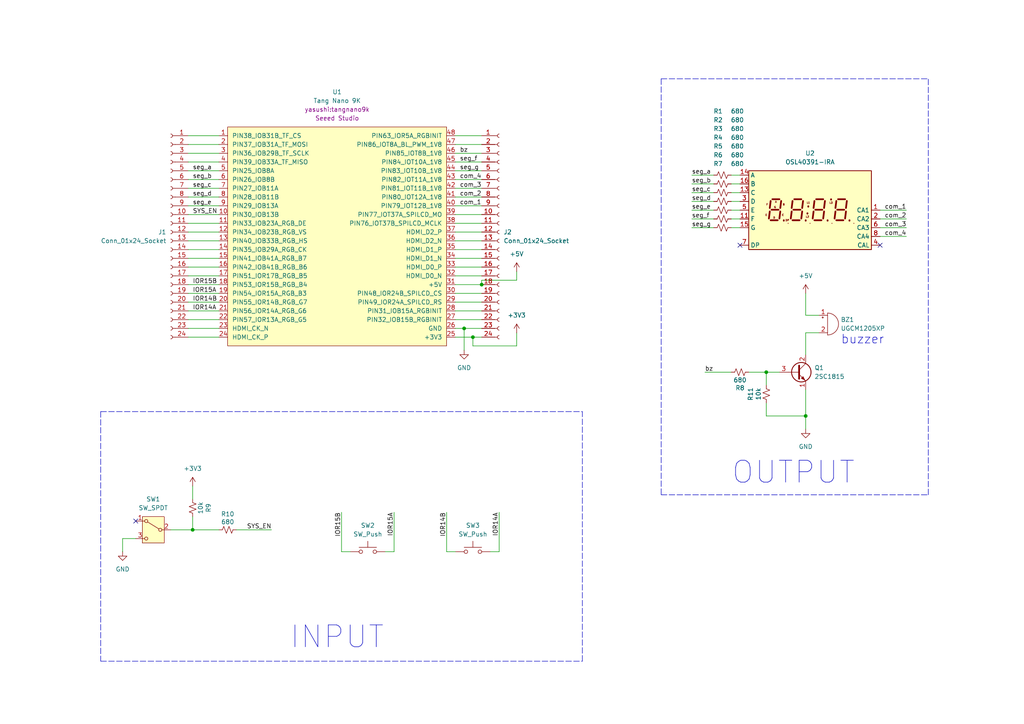
<source format=kicad_sch>
(kicad_sch (version 20250114) (generator "eeschema") (generator_version "9.0")
  (paper "A4")
  (title_block (title "TangNano9k-EValuationBoard") (date "2025-08-18"))
  (lib_symbols
    (symbol "Connector:Conn_01x24_Socket" (pin_names (offset 1.016) (hide yes))
      (property "Reference" "J" (at 0 30.48 0))
      (property "Value" "Conn_01x24_Socket" (at 0 -33.02 0))
      (symbol "Conn_01x24_Socket_1_1"
        (polyline (pts (xy -1.27 27.94) (xy -0.508 27.94)) (stroke (width 0.1524)))
        (polyline (pts (xy -1.27 25.4) (xy -0.508 25.4)) (stroke (width 0.1524)))
        (polyline (pts (xy -1.27 22.86) (xy -0.508 22.86)) (stroke (width 0.1524)))
        (polyline (pts (xy -1.27 20.32) (xy -0.508 20.32)) (stroke (width 0.1524)))
        (polyline (pts (xy -1.27 17.78) (xy -0.508 17.78)) (stroke (width 0.1524)))
        (polyline (pts (xy -1.27 15.24) (xy -0.508 15.24)) (stroke (width 0.1524)))
        (polyline (pts (xy -1.27 12.7) (xy -0.508 12.7)) (stroke (width 0.1524)))
        (polyline (pts (xy -1.27 10.16) (xy -0.508 10.16)) (stroke (width 0.1524)))
        (polyline (pts (xy -1.27 7.62) (xy -0.508 7.62)) (stroke (width 0.1524)))
        (polyline (pts (xy -1.27 5.08) (xy -0.508 5.08)) (stroke (width 0.1524)))
        (polyline (pts (xy -1.27 2.54) (xy -0.508 2.54)) (stroke (width 0.1524)))
        (polyline (pts (xy -1.27 0) (xy -0.508 0)) (stroke (width 0.1524)))
        (polyline (pts (xy -1.27 -2.54) (xy -0.508 -2.54)) (stroke (width 0.1524)))
        (polyline (pts (xy -1.27 -5.08) (xy -0.508 -5.08)) (stroke (width 0.1524)))
        (polyline (pts (xy -1.27 -7.62) (xy -0.508 -7.62)) (stroke (width 0.1524)))
        (polyline (pts (xy -1.27 -10.16) (xy -0.508 -10.16)) (stroke (width 0.1524)))
        (polyline (pts (xy -1.27 -12.7) (xy -0.508 -12.7)) (stroke (width 0.1524)))
        (polyline (pts (xy -1.27 -15.24) (xy -0.508 -15.24)) (stroke (width 0.1524)))
        (polyline (pts (xy -1.27 -17.78) (xy -0.508 -17.78)) (stroke (width 0.1524)))
        (polyline (pts (xy -1.27 -20.32) (xy -0.508 -20.32)) (stroke (width 0.1524)))
        (polyline (pts (xy -1.27 -22.86) (xy -0.508 -22.86)) (stroke (width 0.1524)))
        (polyline (pts (xy -1.27 -25.4) (xy -0.508 -25.4)) (stroke (width 0.1524)))
        (polyline (pts (xy -1.27 -27.94) (xy -0.508 -27.94)) (stroke (width 0.1524)))
        (polyline (pts (xy -1.27 -30.48) (xy -0.508 -30.48)) (stroke (width 0.1524)))
        (arc (start 0 27.432) (mid -0.5058 27.94) (end 0 28.448) (stroke (width 0.1524)))
        (arc (start 0 24.892) (mid -0.5058 25.4) (end 0 25.908) (stroke (width 0.1524)))
        (arc (start 0 22.352) (mid -0.5058 22.86) (end 0 23.368) (stroke (width 0.1524)))
        (arc (start 0 19.812) (mid -0.5058 20.32) (end 0 20.828) (stroke (width 0.1524)))
        (arc (start 0 17.272) (mid -0.5058 17.78) (end 0 18.288) (stroke (width 0.1524)))
        (arc (start 0 14.732) (mid -0.5058 15.24) (end 0 15.748) (stroke (width 0.1524)))
        (arc (start 0 12.192) (mid -0.5058 12.7) (end 0 13.208) (stroke (width 0.1524)))
        (arc (start 0 9.652) (mid -0.5058 10.16) (end 0 10.668) (stroke (width 0.1524)))
        (arc (start 0 7.112) (mid -0.5058 7.62) (end 0 8.128) (stroke (width 0.1524)))
        (arc (start 0 4.572) (mid -0.5058 5.08) (end 0 5.588) (stroke (width 0.1524)))
        (arc (start 0 2.032) (mid -0.5058 2.54) (end 0 3.048) (stroke (width 0.1524)))
        (arc (start 0 -0.508) (mid -0.5058 0) (end 0 0.508) (stroke (width 0.1524)))
        (arc (start 0 -3.048) (mid -0.5058 -2.54) (end 0 -2.032) (stroke (width 0.1524)))
        (arc (start 0 -5.588) (mid -0.5058 -5.08) (end 0 -4.572) (stroke (width 0.1524)))
        (arc (start 0 -8.128) (mid -0.5058 -7.62) (end 0 -7.112) (stroke (width 0.1524)))
        (arc (start 0 -10.668) (mid -0.5058 -10.16) (end 0 -9.652) (stroke (width 0.1524)))
        (arc (start 0 -13.208) (mid -0.5058 -12.7) (end 0 -12.192) (stroke (width 0.1524)))
        (arc (start 0 -15.748) (mid -0.5058 -15.24) (end 0 -14.732) (stroke (width 0.1524)))
        (arc (start 0 -18.288) (mid -0.5058 -17.78) (end 0 -17.272) (stroke (width 0.1524)))
        (arc (start 0 -20.828) (mid -0.5058 -20.32) (end 0 -19.812) (stroke (width 0.1524)))
        (arc (start 0 -23.368) (mid -0.5058 -22.86) (end 0 -22.352) (stroke (width 0.1524)))
        (arc (start 0 -25.908) (mid -0.5058 -25.4) (end 0 -24.892) (stroke (width 0.1524)))
        (arc (start 0 -28.448) (mid -0.5058 -27.94) (end 0 -27.432) (stroke (width 0.1524)))
        (arc (start 0 -30.988) (mid -0.5058 -30.48) (end 0 -29.972) (stroke (width 0.1524)))
        (pin passive line (at -5.08 27.94 0) (length 3.81) (name "Pin_1") (number "1"))
        (pin passive line (at -5.08 25.4 0) (length 3.81) (name "Pin_2") (number "2"))
        (pin passive line (at -5.08 22.86 0) (length 3.81) (name "Pin_3") (number "3"))
        (pin passive line (at -5.08 20.32 0) (length 3.81) (name "Pin_4") (number "4"))
        (pin passive line (at -5.08 17.78 0) (length 3.81) (name "Pin_5") (number "5"))
        (pin passive line (at -5.08 15.24 0) (length 3.81) (name "Pin_6") (number "6"))
        (pin passive line (at -5.08 12.7 0) (length 3.81) (name "Pin_7") (number "7"))
        (pin passive line (at -5.08 10.16 0) (length 3.81) (name "Pin_8") (number "8"))
        (pin passive line (at -5.08 7.62 0) (length 3.81) (name "Pin_9") (number "9"))
        (pin passive line (at -5.08 5.08 0) (length 3.81) (name "Pin_10") (number "10"))
        (pin passive line (at -5.08 2.54 0) (length 3.81) (name "Pin_11") (number "11"))
        (pin passive line (at -5.08 0 0) (length 3.81) (name "Pin_12") (number "12"))
        (pin passive line (at -5.08 -2.54 0) (length 3.81) (name "Pin_13") (number "13"))
        (pin passive line (at -5.08 -5.08 0) (length 3.81) (name "Pin_14") (number "14"))
        (pin passive line (at -5.08 -7.62 0) (length 3.81) (name "Pin_15") (number "15"))
        (pin passive line (at -5.08 -10.16 0) (length 3.81) (name "Pin_16") (number "16"))
        (pin passive line (at -5.08 -12.7 0) (length 3.81) (name "Pin_17") (number "17"))
        (pin passive line (at -5.08 -15.24 0) (length 3.81) (name "Pin_18") (number "18"))
        (pin passive line (at -5.08 -17.78 0) (length 3.81) (name "Pin_19") (number "19"))
        (pin passive line (at -5.08 -20.32 0) (length 3.81) (name "Pin_20") (number "20"))
        (pin passive line (at -5.08 -22.86 0) (length 3.81) (name "Pin_21") (number "21"))
        (pin passive line (at -5.08 -25.4 0) (length 3.81) (name "Pin_22") (number "22"))
        (pin passive line (at -5.08 -27.94 0) (length 3.81) (name "Pin_23") (number "23"))
        (pin passive line (at -5.08 -30.48 0) (length 3.81) (name "Pin_24") (number "24"))
      )
    )
    (symbol "Device:Buzzer" (pin_names (offset 0.0254) (hide yes))
      (property "Reference" "BZ" (at 3.81 1.27 0))
      (property "Value" "Buzzer" (at 3.81 -1.27 0))
      (symbol "Buzzer_0_1"
        (polyline (pts (xy -1.651 1.905) (xy -1.143 1.905)))
        (polyline (pts (xy -1.397 2.159) (xy -1.397 1.651)))
        (arc (start 0 3.175) (mid 3.1612 0) (end 0 -3.175))
        (polyline (pts (xy 0 3.175) (xy 0 -3.175)))
      )
      (symbol "Buzzer_1_1"
        (pin passive line (at -2.54 2.54 0) (length 2.54) (name "+") (number "1"))
        (pin passive line (at -2.54 -2.54 0) (length 2.54) (name "-") (number "2"))
      )
    )
    (symbol "Device:R_Small_US" (pin_numbers (hide yes)) (pin_names (offset 0.254) (hide yes))
      (property "Reference" "R" (at 0.762 0.508 0))
      (property "Value" "R_Small_US" (at 0.762 -1.016 0))
      (symbol "R_Small_US_1_1"
        (polyline (pts (xy 0 1.524) (xy 1.016 1.143) (xy 0 0.762) (xy -1.016 0.381) (xy 0 0)))
        (polyline (pts (xy 0 0) (xy 1.016 -0.381) (xy 0 -0.762) (xy -1.016 -1.143) (xy 0 -1.524)))
        (pin passive line (at 0 2.54 270) (length 1.016) (name "~") (number "1"))
        (pin passive line (at 0 -2.54 90) (length 1.016) (name "~") (number "2"))
      )
    )
    (symbol "Display_Character:LTC-4627JD"
      (property "Reference" "U" (at -17.78 12.7 0))
      (property "Value" "LTC-4627JD" (at 17.78 12.7 0))
      (symbol "LTC-4627JD_0_1"
        (rectangle (start -17.78 -11.43) (end 17.78 11.43) (stroke (width 0.254)) (fill (type background)))
        (rectangle (start -6.35 -3.81) (end -6.35 -3.81) (stroke (width 0.254)))
        (polyline (pts (xy -6.35 -3.81) (xy -6.35 -3.81)) (stroke (width 0.254)))
        (polyline (pts (xy 0 -3.81) (xy 0 -3.81)) (stroke (width 0.254)))
        (rectangle (start 0 -3.81) (end 0 -3.81) (stroke (width 0.254)))
        (polyline (pts (xy 6.35 -3.81) (xy 6.35 -3.81)) (stroke (width 0.254)))
        (rectangle (start 6.35 -3.81) (end 6.35 -3.81) (stroke (width 0.254)))
        (polyline (pts (xy 12.7 -3.81) (xy 12.7 -3.81)) (stroke (width 0.254)))
        (rectangle (start 12.7 -3.81) (end 12.7 -3.81) (stroke (width 0.254)))
      )
      (symbol "LTC-4627JD_1_0"
        (text "E" (at -12.7 -1.397 0) (effects (font (size 0.508 0.508))))
        (text "F" (at -12.446 1.651 0) (effects (font (size 0.508 0.508))))
        (text "D" (at -10.414 -2.159 0) (effects (font (size 0.508 0.508))))
        (text "G" (at -10.16 0.889 0) (effects (font (size 0.508 0.508))))
        (text "A" (at -9.906 2.413 0) (effects (font (size 0.508 0.508))))
        (text "C" (at -7.874 -1.397 0) (effects (font (size 0.508 0.508))))
        (text "B" (at -7.62 1.651 0) (effects (font (size 0.508 0.508))))
        (text "DP" (at -6.604 -2.921 0) (effects (font (size 0.508 0.508))))
        (text "L2" (at -0.762 -1.905 0) (effects (font (size 0.508 0.508))))
        (text "L1" (at -0.508 2.159 0) (effects (font (size 0.508 0.508))))
        (text "L3" (at 6.096 2.159 0) (effects (font (size 0.508 0.508))))
      )
      (symbol "LTC-4627JD_1_1"
        (polyline (pts (xy -11.684 -0.381) (xy -11.938 -2.413)) (stroke (width 0.508)))
        (polyline (pts (xy -11.43 2.667) (xy -11.684 0.635)) (stroke (width 0.508)))
        (polyline (pts (xy -11.43 -2.921) (xy -9.398 -2.921)) (stroke (width 0.508)))
        (polyline (pts (xy -11.176 0.127) (xy -9.144 0.127)) (stroke (width 0.508)))
        (polyline (pts (xy -10.922 3.175) (xy -8.89 3.175)) (stroke (width 0.508)))
        (polyline (pts (xy -8.636 -0.381) (xy -8.89 -2.413)) (stroke (width 0.508)))
        (polyline (pts (xy -8.382 2.667) (xy -8.636 0.635)) (stroke (width 0.508)))
        (polyline (pts (xy -7.62 -3.048) (xy -7.62 -2.921)) (stroke (width 0.508)))
        (polyline (pts (xy -5.334 -0.381) (xy -5.588 -2.413)) (stroke (width 0.508)))
        (polyline (pts (xy -5.08 2.667) (xy -5.334 0.635)) (stroke (width 0.508)))
        (polyline (pts (xy -5.08 -2.921) (xy -3.048 -2.921)) (stroke (width 0.508)))
        (polyline (pts (xy -4.826 0.127) (xy -2.794 0.127)) (stroke (width 0.508)))
        (polyline (pts (xy -4.572 3.175) (xy -2.54 3.175)) (stroke (width 0.508)))
        (polyline (pts (xy -2.286 -0.381) (xy -2.54 -2.413)) (stroke (width 0.508)))
        (polyline (pts (xy -2.032 2.667) (xy -2.286 0.635)) (stroke (width 0.508)))
        (polyline (pts (xy -1.27 -3.048) (xy -1.27 -2.921)) (stroke (width 0.508)))
        (polyline (pts (xy -0.762 -1.016) (xy -0.762 -0.889)) (stroke (width 0.508)))
        (polyline (pts (xy -0.508 1.016) (xy -0.508 1.143)) (stroke (width 0.508)))
        (polyline (pts (xy 1.016 -0.381) (xy 0.762 -2.413)) (stroke (width 0.508)))
        (polyline (pts (xy 1.27 2.667) (xy 1.016 0.635)) (stroke (width 0.508)))
        (polyline (pts (xy 1.27 -2.921) (xy 3.302 -2.921)) (stroke (width 0.508)))
        (polyline (pts (xy 1.524 0.127) (xy 3.556 0.127)) (stroke (width 0.508)))
        (polyline (pts (xy 1.778 3.175) (xy 3.81 3.175)) (stroke (width 0.508)))
        (polyline (pts (xy 4.064 -0.381) (xy 3.81 -2.413)) (stroke (width 0.508)))
        (polyline (pts (xy 4.318 2.667) (xy 4.064 0.635)) (stroke (width 0.508)))
        (polyline (pts (xy 5.08 -3.048) (xy 5.08 -2.921)) (stroke (width 0.508)))
        (polyline (pts (xy 6.096 3.048) (xy 6.096 3.175)) (stroke (width 0.508)))
        (polyline (pts (xy 7.366 -0.381) (xy 7.112 -2.413)) (stroke (width 0.508)))
        (polyline (pts (xy 7.62 2.667) (xy 7.366 0.635)) (stroke (width 0.508)))
        (polyline (pts (xy 7.62 -2.921) (xy 9.652 -2.921)) (stroke (width 0.508)))
        (polyline (pts (xy 7.874 0.127) (xy 9.906 0.127)) (stroke (width 0.508)))
        (polyline (pts (xy 8.128 3.175) (xy 10.16 3.175)) (stroke (width 0.508)))
        (polyline (pts (xy 10.414 -0.381) (xy 10.16 -2.413)) (stroke (width 0.508)))
        (polyline (pts (xy 10.668 2.667) (xy 10.414 0.635)) (stroke (width 0.508)))
        (polyline (pts (xy 11.43 -3.048) (xy 11.43 -2.921)) (stroke (width 0.508)))
        (pin input line (at -20.32 10.16 0) (length 2.54) (name "A") (number "14"))
        (pin input line (at -20.32 7.62 0) (length 2.54) (name "B") (number "16"))
        (pin input line (at -20.32 5.08 0) (length 2.54) (name "C") (number "13"))
        (pin input line (at -20.32 2.54 0) (length 2.54) (name "D") (number "3"))
        (pin input line (at -20.32 0 0) (length 2.54) (name "E") (number "5"))
        (pin input line (at -20.32 -2.54 0) (length 2.54) (name "F") (number "11"))
        (pin input line (at -20.32 -5.08 0) (length 2.54) (name "G") (number "15"))
        (pin input line (at -20.32 -10.16 0) (length 2.54) (name "DP") (number "7"))
        (pin no_connect line (at 17.78 7.62 180) (length 2.54) (hide yes) (name "NC") (number "9"))
        (pin input line (at 20.32 0 180) (length 2.54) (name "CA1") (number "1"))
        (pin input line (at 20.32 -2.54 180) (length 2.54) (name "CA2") (number "2"))
        (pin input line (at 20.32 -5.08 180) (length 2.54) (name "CA3") (number "6"))
        (pin input line (at 20.32 -7.62 180) (length 2.54) (name "CA4") (number "8"))
        (pin input line (at 20.32 -10.16 180) (length 2.54) (name "CAL") (number "4"))
      )
    )
    (symbol "Switch:SW_Push" (pin_numbers (hide yes)) (pin_names (offset 1.016) (hide yes))
      (property "Reference" "SW" (at 1.27 2.54 0))
      (property "Value" "SW_Push" (at 0 -1.524 0))
      (symbol "SW_Push_0_1"
        (circle (center -2.032 0) (radius 0.508))
        (polyline (pts (xy 0 1.27) (xy 0 3.048)))
        (circle (center 2.032 0) (radius 0.508))
        (polyline (pts (xy 2.54 1.27) (xy -2.54 1.27)))
        (pin passive line (at -5.08 0 0) (length 2.54) (name "1") (number "1"))
        (pin passive line (at 5.08 0 180) (length 2.54) (name "2") (number "2"))
      )
    )
    (symbol "Switch:SW_SPDT" (pin_names (offset 0) (hide yes))
      (property "Reference" "SW" (at 0 5.08 0))
      (property "Value" "SW_SPDT" (at 0 -5.08 0))
      (symbol "SW_SPDT_0_1"
        (circle (center -2.032 0) (radius 0.4572))
        (polyline (pts (xy -1.651 0.254) (xy 1.651 2.286)))
        (circle (center 2.032 2.54) (radius 0.4572))
        (circle (center 2.032 -2.54) (radius 0.4572))
      )
      (symbol "SW_SPDT_1_1"
        (rectangle (start -3.175 3.81) (end 3.175 -3.81) (fill (type background)))
        (pin passive line (at -5.08 0 0) (length 2.54) (name "B") (number "2"))
        (pin passive line (at 5.08 2.54 180) (length 2.54) (name "A") (number "1"))
        (pin passive line (at 5.08 -2.54 180) (length 2.54) (name "C") (number "3"))
      )
    )
    (symbol "Transistor_BJT:2SC1815" (pin_names (offset 0) (hide yes))
      (property "Reference" "Q" (at 5.08 1.905 0))
      (property "Value" "2SC1815" (at 5.08 0 0))
      (symbol "2SC1815_0_1"
        (polyline (pts (xy -2.54 0) (xy 0.635 0)))
        (polyline (pts (xy 0.635 1.905) (xy 0.635 -1.905)) (stroke (width 0.508)))
        (circle (center 1.27 0) (radius 2.8194) (stroke (width 0.254)))
      )
      (symbol "2SC1815_1_1"
        (polyline (pts (xy 0.635 0.635) (xy 2.54 2.54)))
        (polyline (pts (xy 0.635 -0.635) (xy 2.54 -2.54)))
        (polyline (pts (xy 1.27 -1.778) (xy 1.778 -1.27) (xy 2.286 -2.286) (xy 1.27 -1.778)) (fill (type outline)))
        (pin input line (at -5.08 0 0) (length 2.54) (name "B") (number "3"))
        (pin passive line (at 2.54 5.08 270) (length 2.54) (name "C") (number "2"))
        (pin passive line (at 2.54 -5.08 90) (length 2.54) (name "E") (number "1"))
      )
    )
    (symbol "power:+3V3" (power) (pin_numbers (hide yes)) (pin_names (offset 0) (hide yes))
      (property "Value" "+3V3" (at 0 3.556 0))
      (symbol "+3V3_0_1"
        (polyline (pts (xy -0.762 1.27) (xy 0 2.54)))
        (polyline (pts (xy 0 2.54) (xy 0.762 1.27)))
        (polyline (pts (xy 0 0) (xy 0 2.54)))
      )
      (symbol "+3V3_1_1"
        (pin power_in line (at 0 0 90) (length 0) (name "~") (number "1"))
      )
    )
    (symbol "power:+5V" (power) (pin_numbers (hide yes)) (pin_names (offset 0) (hide yes))
      (property "Value" "+5V" (at 0 3.556 0))
      (symbol "+5V_0_1"
        (polyline (pts (xy -0.762 1.27) (xy 0 2.54)))
        (polyline (pts (xy 0 2.54) (xy 0.762 1.27)))
        (polyline (pts (xy 0 0) (xy 0 2.54)))
      )
      (symbol "+5V_1_1"
        (pin power_in line (at 0 0 90) (length 0) (name "~") (number "1"))
      )
    )
    (symbol "power:GND" (power) (pin_numbers (hide yes)) (pin_names (offset 0) (hide yes))
      (property "Value" "GND" (at 0 -3.81 0))
      (symbol "GND_0_1"
        (polyline (pts (xy 0 0) (xy 0 -1.27) (xy 1.27 -1.27) (xy 0 -2.54) (xy -1.27 -1.27) (xy 0 -1.27)))
      )
      (symbol "GND_1_1"
        (pin power_in line (at 0 0 270) (length 0) (name "~") (number "1"))
      )
    )
    (symbol "tangnano9k:Sipeed_Tang_Nano_9K" (pin_names (offset 1.27))
      (property "Reference" "U" (at 0 29.21 0))
      (property "Value" "Tang Nano 9K" (at 0 26.67 0))
      (property "Footprint" "TangNano9K:Board" (at 0 -29.21 0))
      (property "Manufacturer" "Seeed Studio" (at 0 -31.75 0))
      (symbol "Sipeed_Tang_Nano_9K_1_1"
        (rectangle (start -31.75 25.4) (end 31.75 -38.1) (fill (type background)))
        (pin passive line (at -34.29 22.86 0) (length 2.54) (name "PIN38_IOB31B_TF_CS") (number "1"))
        (pin passive line (at -34.29 20.32 0) (length 2.54) (name "PIN37_IOB31A_TF_MOSI") (number "2"))
        (pin passive line (at -34.29 17.78 0) (length 2.54) (name "PIN36_IOB29B_TF_SCLK") (number "3"))
        (pin passive line (at -34.29 15.24 0) (length 2.54) (name "PIN39_IOB33A_TF_MISO") (number "4"))
        (pin passive line (at -34.29 12.7 0) (length 2.54) (name "PIN25_IOB8A") (number "5"))
        (pin passive line (at -34.29 10.16 0) (length 2.54) (name "PIN26_IOB8B") (number "6"))
        (pin passive line (at -34.29 7.62 0) (length 2.54) (name "PIN27_IOB11A") (number "7"))
        (pin passive line (at -34.29 5.08 0) (length 2.54) (name "PIN28_IOB11B") (number "8"))
        (pin passive line (at -34.29 2.54 0) (length 2.54) (name "PIN29_IOB13A") (number "9"))
        (pin passive line (at -34.29 0 0) (length 2.54) (name "PIN30_IOB13B") (number "10"))
        (pin passive line (at -34.29 -2.54 0) (length 2.54) (name "PIN33_IOB23A_RGB_DE") (number "11"))
        (pin passive line (at -34.29 -5.08 0) (length 2.54) (name "PIN34_IOB23B_RGB_VS") (number "12"))
        (pin passive line (at -34.29 -7.62 0) (length 2.54) (name "PIN40_IOB33B_RGB_HS") (number "13"))
        (pin passive line (at -34.29 -10.16 0) (length 2.54) (name "PIN35_IOB29A_RGB_CK") (number "14"))
        (pin passive line (at -34.29 -12.7 0) (length 2.54) (name "PIN41_IOB41A_RGB_B7") (number "15"))
        (pin passive line (at -34.29 -15.24 0) (length 2.54) (name "PIN42_IOB41B_RGB_B6") (number "16"))
        (pin passive line (at -34.29 -17.78 0) (length 2.54) (name "PIN51_IOR17B_RGB_B5") (number "17"))
        (pin passive line (at -34.29 -20.32 0) (length 2.54) (name "PIN53_IOR15B_RGB_B4") (number "18"))
        (pin passive line (at -34.29 -22.86 0) (length 2.54) (name "PIN54_IOR15A_RGB_B3") (number "19"))
        (pin passive line (at -34.29 -25.4 0) (length 2.54) (name "PIN55_IOR14B_RGB_G7") (number "20"))
        (pin passive line (at -34.29 -27.94 0) (length 2.54) (name "PIN56_IOR14A_RGB_G6") (number "21"))
        (pin passive line (at -34.29 -30.48 0) (length 2.54) (name "PIN57_IOR13A_RGB_G5") (number "22"))
        (pin passive line (at -34.29 -33.02 0) (length 2.54) (name "HDMI_CK_N") (number "23"))
        (pin passive line (at -34.29 -35.56 0) (length 2.54) (name "HDMI_CK_P") (number "24"))
        (pin passive line (at 34.29 22.86 180) (length 2.54) (name "PIN63_IOR5A_RGBINIT") (number "48"))
        (pin passive line (at 34.29 20.32 180) (length 2.54) (name "PIN86_IOT8A_BL_PWM_1V8") (number "47"))
        (pin passive line (at 34.29 17.78 180) (length 2.54) (name "PIN85_IOT8B_1V8") (number "46"))
        (pin passive line (at 34.29 15.24 180) (length 2.54) (name "PIN84_IOT10A_1V8") (number "45"))
        (pin passive line (at 34.29 12.7 180) (length 2.54) (name "PIN83_IOT10B_1V8") (number "44"))
        (pin passive line (at 34.29 10.16 180) (length 2.54) (name "PIN82_IOT11A_1V8") (number "43"))
        (pin passive line (at 34.29 7.62 180) (length 2.54) (name "PIN81_IOT11B_1V8") (number "42"))
        (pin passive line (at 34.29 5.08 180) (length 2.54) (name "PIN80_IOT12A_1V8") (number "41"))
        (pin passive line (at 34.29 2.54 180) (length 2.54) (name "PIN79_IOT12B_1V8") (number "40"))
        (pin passive line (at 34.29 0 180) (length 2.54) (name "PIN77_IOT37A_SPILCD_MO") (number "39"))
        (pin passive line (at 34.29 -2.54 180) (length 2.54) (name "PIN76_IOT37B_SPILCD_MCLK") (number "38"))
        (pin passive line (at 34.29 -5.08 180) (length 2.54) (name "HDMI_D2_P") (number "37"))
        (pin passive line (at 34.29 -7.62 180) (length 2.54) (name "HDMI_D2_N") (number "36"))
        (pin passive line (at 34.29 -10.16 180) (length 2.54) (name "HDMI_D1_P") (number "35"))
        (pin passive line (at 34.29 -12.7 180) (length 2.54) (name "HDMI_D1_N") (number "34"))
        (pin passive line (at 34.29 -15.24 180) (length 2.54) (name "HDMI_D0_P") (number "33"))
        (pin passive line (at 34.29 -17.78 180) (length 2.54) (name "HDMI_D0_N") (number "32"))
        (pin passive line (at 34.29 -20.32 180) (length 2.54) (name "+5V") (number "31"))
        (pin passive line (at 34.29 -22.86 180) (length 2.54) (name "PIN48_IOR24B_SPILCD_CS") (number "30"))
        (pin passive line (at 34.29 -25.4 180) (length 2.54) (name "PIN49_IOR24A_SPILCD_RS") (number "29"))
        (pin passive line (at 34.29 -27.94 180) (length 2.54) (name "PIN31_IOB15A_RGBINIT") (number "28"))
        (pin passive line (at 34.29 -30.48 180) (length 2.54) (name "PIN32_IOB15B_RGBINIT") (number "27"))
        (pin passive line (at 34.29 -33.02 180) (length 2.54) (name "GND") (number "26"))
        (pin passive line (at 34.29 -35.56 180) (length 2.54) (name "+3V3") (number "25"))
      )
    )
  )
  (text "OUTPUT" (at 230.124 137.16 0) (effects (font (size 6.35 6.35))))
  (text "INPUT" (at 97.79 184.912 0) (effects (font (size 6.35 6.35))))
  (text "buzzer" (at 250.19 98.552 0) (effects (font (size 2.54 2.54))))
  (junction (at 137.16 97.79))
  (junction (at 55.88 153.67))
  (junction (at 233.68 120.65))
  (junction (at 134.62 95.25))
  (junction (at 139.7 82.55))
  (junction (at 222.25 107.95))
  (no_connect (at 214.63 71.12))
  (no_connect (at 39.37 151.13))
  (no_connect (at 255.27 71.12))
  (polyline (pts (xy 29.21 119.38) (xy 168.91 119.38)) (stroke (width 0) (type dash)))
  (wire (pts (xy 139.7 52.07) (xy 132.08 52.07)))
  (wire (pts (xy 54.61 49.53) (xy 63.5 49.53)))
  (wire (pts (xy 54.61 74.93) (xy 63.5 74.93)))
  (wire (pts (xy 139.7 74.93) (xy 132.08 74.93)))
  (polyline (pts (xy 191.77 22.86) (xy 269.24 22.86)) (stroke (width 0) (type dash)))
  (wire (pts (xy 222.25 107.95) (xy 226.06 107.95)))
  (wire (pts (xy 237.49 91.44) (xy 233.68 91.44)))
  (polyline (pts (xy 168.91 191.77) (xy 168.91 119.38)) (stroke (width 0) (type dash)))
  (wire (pts (xy 222.25 120.65) (xy 233.68 120.65)))
  (wire (pts (xy 139.7 62.23) (xy 132.08 62.23)))
  (wire (pts (xy 262.89 68.58) (xy 255.27 68.58)))
  (wire (pts (xy 54.61 52.07) (xy 63.5 52.07)))
  (wire (pts (xy 35.56 156.21) (xy 35.56 160.02)))
  (wire (pts (xy 54.61 85.09) (xy 63.5 85.09)))
  (wire (pts (xy 139.7 97.79) (xy 137.16 97.79)))
  (wire (pts (xy 233.68 85.09) (xy 233.68 91.44)))
  (wire (pts (xy 142.24 160.02) (xy 144.78 160.02)))
  (wire (pts (xy 54.61 77.47) (xy 63.5 77.47)))
  (wire (pts (xy 222.25 111.76) (xy 222.25 107.95)))
  (wire (pts (xy 139.7 90.17) (xy 132.08 90.17)))
  (wire (pts (xy 54.61 97.79) (xy 63.5 97.79)))
  (wire (pts (xy 134.62 95.25) (xy 132.08 95.25)))
  (wire (pts (xy 54.61 41.91) (xy 63.5 41.91)))
  (wire (pts (xy 200.66 58.42) (xy 207.01 58.42)))
  (wire (pts (xy 139.7 44.45) (xy 132.08 44.45)))
  (wire (pts (xy 55.88 140.97) (xy 55.88 144.78)))
  (wire (pts (xy 139.7 85.09) (xy 132.08 85.09)))
  (wire (pts (xy 54.61 82.55) (xy 63.5 82.55)))
  (wire (pts (xy 233.68 96.52) (xy 233.68 102.87)))
  (wire (pts (xy 149.86 96.52) (xy 149.86 100.33)))
  (wire (pts (xy 54.61 87.63) (xy 63.5 87.63)))
  (polyline (pts (xy 29.21 119.38) (xy 29.21 191.77)) (stroke (width 0) (type dash)))
  (wire (pts (xy 54.61 44.45) (xy 63.5 44.45)))
  (wire (pts (xy 139.7 77.47) (xy 132.08 77.47)))
  (polyline (pts (xy 191.77 143.51) (xy 269.24 143.51)) (stroke (width 0) (type dash)))
  (wire (pts (xy 54.61 72.39) (xy 63.5 72.39)))
  (wire (pts (xy 54.61 80.01) (xy 63.5 80.01)))
  (wire (pts (xy 132.08 160.02) (xy 129.54 160.02)))
  (wire (pts (xy 68.58 153.67) (xy 78.74 153.67)))
  (wire (pts (xy 54.61 90.17) (xy 63.5 90.17)))
  (wire (pts (xy 139.7 41.91) (xy 132.08 41.91)))
  (wire (pts (xy 54.61 69.85) (xy 63.5 69.85)))
  (wire (pts (xy 54.61 92.71) (xy 63.5 92.71)))
  (wire (pts (xy 139.7 64.77) (xy 132.08 64.77)))
  (wire (pts (xy 139.7 81.28) (xy 149.86 81.28)))
  (wire (pts (xy 139.7 95.25) (xy 134.62 95.25)))
  (polyline (pts (xy 29.21 191.77) (xy 168.91 191.77)) (stroke (width 0) (type dash)))
  (wire (pts (xy 144.78 148.59) (xy 144.78 160.02)))
  (wire (pts (xy 129.54 148.59) (xy 129.54 160.02)))
  (wire (pts (xy 200.66 50.8) (xy 207.01 50.8)))
  (wire (pts (xy 149.86 100.33) (xy 137.16 100.33)))
  (wire (pts (xy 139.7 69.85) (xy 132.08 69.85)))
  (wire (pts (xy 212.09 53.34) (xy 214.63 53.34)))
  (wire (pts (xy 99.06 148.59) (xy 99.06 160.02)))
  (wire (pts (xy 134.62 95.25) (xy 134.62 101.6)))
  (wire (pts (xy 262.89 63.5) (xy 255.27 63.5)))
  (wire (pts (xy 54.61 95.25) (xy 63.5 95.25)))
  (wire (pts (xy 54.61 39.37) (xy 63.5 39.37)))
  (wire (pts (xy 101.6 160.02) (xy 99.06 160.02)))
  (wire (pts (xy 55.88 153.67) (xy 63.5 153.67)))
  (wire (pts (xy 39.37 156.21) (xy 35.56 156.21)))
  (wire (pts (xy 237.49 96.52) (xy 233.68 96.52)))
  (wire (pts (xy 54.61 64.77) (xy 63.5 64.77)))
  (wire (pts (xy 139.7 72.39) (xy 132.08 72.39)))
  (wire (pts (xy 212.09 58.42) (xy 214.63 58.42)))
  (wire (pts (xy 114.3 148.59) (xy 114.3 160.02)))
  (wire (pts (xy 139.7 80.01) (xy 132.08 80.01)))
  (wire (pts (xy 233.68 124.46) (xy 233.68 120.65)))
  (wire (pts (xy 200.66 53.34) (xy 207.01 53.34)))
  (wire (pts (xy 262.89 66.04) (xy 255.27 66.04)))
  (wire (pts (xy 111.76 160.02) (xy 114.3 160.02)))
  (wire (pts (xy 200.66 60.96) (xy 207.01 60.96)))
  (wire (pts (xy 139.7 49.53) (xy 132.08 49.53)))
  (wire (pts (xy 54.61 67.31) (xy 63.5 67.31)))
  (wire (pts (xy 212.09 50.8) (xy 214.63 50.8)))
  (polyline (pts (xy 269.24 143.51) (xy 269.24 22.86)) (stroke (width 0) (type dash)))
  (wire (pts (xy 137.16 100.33) (xy 137.16 97.79)))
  (wire (pts (xy 217.17 107.95) (xy 222.25 107.95)))
  (wire (pts (xy 54.61 46.99) (xy 63.5 46.99)))
  (wire (pts (xy 212.09 63.5) (xy 214.63 63.5)))
  (wire (pts (xy 139.7 54.61) (xy 132.08 54.61)))
  (wire (pts (xy 200.66 63.5) (xy 207.01 63.5)))
  (wire (pts (xy 54.61 59.69) (xy 63.5 59.69)))
  (wire (pts (xy 54.61 57.15) (xy 63.5 57.15)))
  (wire (pts (xy 139.7 81.28) (xy 139.7 82.55)))
  (wire (pts (xy 212.09 66.04) (xy 214.63 66.04)))
  (wire (pts (xy 200.66 66.04) (xy 207.01 66.04)))
  (wire (pts (xy 137.16 97.79) (xy 132.08 97.79)))
  (wire (pts (xy 233.68 120.65) (xy 233.68 113.03)))
  (wire (pts (xy 200.66 55.88) (xy 207.01 55.88)))
  (wire (pts (xy 55.88 149.86) (xy 55.88 153.67)))
  (wire (pts (xy 212.09 60.96) (xy 214.63 60.96)))
  (wire (pts (xy 139.7 67.31) (xy 132.08 67.31)))
  (wire (pts (xy 212.09 55.88) (xy 214.63 55.88)))
  (wire (pts (xy 139.7 46.99) (xy 132.08 46.99)))
  (wire (pts (xy 204.47 107.95) (xy 212.09 107.95)))
  (wire (pts (xy 54.61 54.61) (xy 63.5 54.61)))
  (wire (pts (xy 54.61 62.23) (xy 63.5 62.23)))
  (wire (pts (xy 262.89 60.96) (xy 255.27 60.96)))
  (wire (pts (xy 139.7 82.55) (xy 132.08 82.55)))
  (wire (pts (xy 222.25 116.84) (xy 222.25 120.65)))
  (wire (pts (xy 149.86 78.74) (xy 149.86 81.28)))
  (wire (pts (xy 139.7 87.63) (xy 132.08 87.63)))
  (polyline (pts (xy 191.77 22.86) (xy 191.77 143.51)) (stroke (width 0) (type dash)))
  (wire (pts (xy 49.53 153.67) (xy 55.88 153.67)))
  (wire (pts (xy 139.7 39.37) (xy 132.08 39.37)))
  (wire (pts (xy 139.7 92.71) (xy 132.08 92.71)))
  (wire (pts (xy 139.7 59.69) (xy 132.08 59.69)))
  (wire (pts (xy 139.7 57.15) (xy 132.08 57.15)))
  (label "SYS_EN" (at 78.74 153.67 180))
  (label "seg_d" (at 55.88 57.15 0))
  (label "seg_c" (at 55.88 54.61 0))
  (label "seg_f" (at 133.35 46.99 0))
  (label "IOR14A" (at 144.78 148.59 270))
  (label "seg_f" (at 200.66 63.5 0))
  (label "IOR15A" (at 114.3 148.59 270))
  (label "seg_g" (at 133.35 49.53 0))
  (label "bz" (at 133.35 44.45 0))
  (label "seg_c" (at 200.66 55.88 0))
  (label "IOR14B" (at 129.54 148.59 270))
  (label "seg_a" (at 200.66 50.8 0))
  (label "com_2" (at 262.89 63.5 180))
  (label "seg_b" (at 200.66 53.34 0))
  (label "com_4" (at 262.89 68.58 180))
  (label "com_2" (at 133.35 57.15 0))
  (label "IOR15A" (at 55.88 85.09 0))
  (label "com_1" (at 133.35 59.69 0))
  (label "SYS_EN" (at 55.88 62.23 0))
  (label "seg_e" (at 200.66 60.96 0))
  (label "com_3" (at 133.35 54.61 0))
  (label "com_3" (at 262.89 66.04 180))
  (label "seg_e" (at 55.88 59.69 0))
  (label "IOR14B" (at 55.88 87.63 0))
  (label "com_1" (at 262.89 60.96 180))
  (label "com_4" (at 133.35 52.07 0))
  (label "bz" (at 204.47 107.95 0))
  (label "IOR15B" (at 55.88 82.55 0))
  (label "seg_a" (at 55.88 49.53 0))
  (label "seg_b" (at 55.88 52.07 0))
  (label "IOR15B" (at 99.06 148.59 270))
  (label "seg_g" (at 200.66 66.04 0))
  (label "seg_d" (at 200.66 58.42 0))
  (label "IOR14A" (at 55.88 90.17 0))
  (symbol (lib_id "Switch:SW_SPDT") (at 44.45 153.67 0) (mirror y) (unit 1)
    (property "Reference" "SW1" (at 44.45 144.78 0))
    (property "Value" "SW_SPDT" (at 44.45 147.32 0))
    (property "Footprint" "yasushi:2MS1-T1-B4-VS2-Q-E-S" (effects (hide yes)))
    (property "Description" "Switch, single pole double throw" (effects (hide yes)))
  )
  (symbol (lib_id "Connector:Conn_01x24_Socket") (at 49.53 67.31 0) (mirror y) (unit 1)
    (property "Reference" "J1" (at 48.26 67.3099 0) (effects (justify left)))
    (property "Value" "Conn_01x24_Socket" (at 48.26 69.8499 0) (effects (justify left)))
    (property "Footprint" "Connector_PinSocket_2.54mm:PinSocket_1x24_P2.54mm_Vertical" (effects (hide yes)))
    (property "Description" "Generic connector, single row, 01x24, script generated" (effects (hide yes)))
  )
  (symbol (lib_id "Switch:SW_Push") (at 137.16 160.02 0) (unit 1)
    (property "Reference" "SW3" (at 137.16 152.4 0))
    (property "Value" "SW_Push" (at 137.16 154.94 0))
    (property "Footprint" "Button_Switch_THT:SW_PUSH_6mm_H7.3mm" (effects (hide yes)))
  )
  (symbol (lib_id "power:+3V3") (at 149.86 96.52 0) (unit 1)
    (property "Reference" "#PWR011" (effects (hide yes)))
    (property "Value" "+3V3" (at 149.86 91.44 0))
    (property "Description" "Power symbol creates a global label with name \"+3V3\"" (effects (hide yes)))
  )
  (symbol (lib_id "Display_Character:LTC-4627JD") (at 234.95 60.96 0) (unit 1)
    (property "Reference" "U2" (at 234.95 44.45 0))
    (property "Value" "OSL40391-IRA" (at 234.95 46.99 0))
    (property "Footprint" "yasushi:OSL40391-Ixx" (effects (hide yes)))
    (property "Datasheet" "https://akizukidenshi.com/catalog/g/g109970/" (effects (hide yes)))
    (property "Description" "4 digit 7 segment hyper red, common anode" (effects (hide yes)))
  )
  (symbol (lib_id "Device:R_Small_US") (at 66.04 153.67 90) (unit 1)
    (property "Reference" "R10" (at 66.04 149.098 90))
    (property "Value" "680" (at 66.04 151.384 90))
    (property "Footprint" "Resistor_THT:R_Axial_DIN0207_L6.3mm_D2.5mm_P10.16mm_Horizontal" (effects (hide yes)))
    (property "Description" "Resistor, small US symbol" (effects (hide yes)))
  )
  (symbol (lib_id "power:+3V3") (at 55.88 140.97 0) (unit 1)
    (property "Reference" "#PWR07" (effects (hide yes)))
    (property "Value" "+3V3" (at 55.88 135.89 0))
    (property "Description" "Power symbol creates a global label with name \"+3V3\"" (effects (hide yes)))
  )
  (symbol (lib_id "Device:R_Small_US") (at 209.55 55.88 90) (unit 1)
    (property "Reference" "R3" (at 208.28 37.338 90))
    (property "Value" "680" (at 213.868 37.338 90))
    (property "Footprint" "Resistor_THT:R_Axial_DIN0207_L6.3mm_D2.5mm_P10.16mm_Horizontal" (effects (hide yes)))
    (property "Description" "Resistor, small US symbol" (effects (hide yes)))
  )
  (symbol (lib_id "Device:R_Small_US") (at 209.55 53.34 90) (unit 1)
    (property "Reference" "R2" (at 208.28 34.798 90))
    (property "Value" "680" (at 213.868 34.798 90))
    (property "Footprint" "Resistor_THT:R_Axial_DIN0207_L6.3mm_D2.5mm_P10.16mm_Horizontal" (effects (hide yes)))
    (property "Description" "Resistor, small US symbol" (effects (hide yes)))
  )
  (symbol (lib_id "power:GND") (at 233.68 124.46 0) (unit 1)
    (property "Reference" "#PWR02" (effects (hide yes)))
    (property "Value" "GND" (at 233.68 129.54 0))
    (property "Description" "Power symbol creates a global label with name \"GND\" , ground" (effects (hide yes)))
  )
  (symbol (lib_id "Device:R_Small_US") (at 214.63 107.95 270) (unit 1)
    (property "Reference" "R8" (at 214.63 112.522 90))
    (property "Value" "680" (at 214.63 110.236 90))
    (property "Footprint" "Resistor_THT:R_Axial_DIN0207_L6.3mm_D2.5mm_P10.16mm_Horizontal" (effects (hide yes)))
    (property "Description" "Resistor, small US symbol" (effects (hide yes)))
  )
  (symbol (lib_id "power:+5V") (at 233.68 85.09 0) (unit 1)
    (property "Reference" "#PWR01" (effects (hide yes)))
    (property "Value" "+5V" (at 233.68 80.01 0))
    (property "Description" "Power symbol creates a global label with name \"+5V\"" (effects (hide yes)))
  )
  (symbol (lib_id "power:+5V") (at 149.86 78.74 0) (unit 1)
    (property "Reference" "#PWR010" (effects (hide yes)))
    (property "Value" "+5V" (at 149.86 73.66 0))
    (property "Description" "Power symbol creates a global label with name \"+5V\"" (effects (hide yes)))
  )
  (symbol (lib_id "Device:R_Small_US") (at 209.55 58.42 90) (unit 1)
    (property "Reference" "R4" (at 208.28 39.878 90))
    (property "Value" "680" (at 213.868 39.878 90))
    (property "Footprint" "Resistor_THT:R_Axial_DIN0207_L6.3mm_D2.5mm_P10.16mm_Horizontal" (effects (hide yes)))
    (property "Description" "Resistor, small US symbol" (effects (hide yes)))
  )
  (symbol (lib_id "Transistor_BJT:2SC1815") (at 231.14 107.95 0) (unit 1)
    (property "Reference" "Q1" (at 236.22 106.6799 0) (effects (justify left)))
    (property "Value" "2SC1815" (at 236.22 109.2199 0) (effects (justify left)))
    (property "Footprint" "Package_TO_SOT_THT:TO-92_Inline_Wide" (effects (hide yes)))
    (property "Datasheet" "https://media.digikey.com/pdf/Data%20Sheets/Toshiba%20PDFs/2SC1815.pdf" (effects (hide yes)))
    (property "Description" "0.15A Ic, 50V Vce, Low Noise Audio NPN Transistor, TO-92" (effects (hide yes)))
  )
  (symbol (lib_id "Device:R_Small_US") (at 209.55 60.96 90) (unit 1)
    (property "Reference" "R5" (at 208.28 42.418 90))
    (property "Value" "680" (at 213.868 42.418 90))
    (property "Footprint" "Resistor_THT:R_Axial_DIN0207_L6.3mm_D2.5mm_P10.16mm_Horizontal" (effects (hide yes)))
    (property "Description" "Resistor, small US symbol" (effects (hide yes)))
  )
  (symbol (lib_id "tangnano9k:Sipeed_Tang_Nano_9K") (at 97.79 62.23 0) (unit 1)
    (property "Reference" "U1" (at 97.79 26.67 0))
    (property "Value" "Tang Nano 9K" (at 97.79 29.21 0))
    (property "Footprint" "yasushi:tangnano9k" (at 97.79 31.75 0))
    (property "Manufacturer" "Seeed Studio" (at 97.79 34.29 0))
  )
  (symbol (lib_id "Device:R_Small_US") (at 209.55 66.04 90) (unit 1)
    (property "Reference" "R7" (at 208.28 47.498 90))
    (property "Value" "680" (at 213.868 47.498 90))
    (property "Footprint" "Resistor_THT:R_Axial_DIN0207_L6.3mm_D2.5mm_P10.16mm_Horizontal" (effects (hide yes)))
    (property "Description" "Resistor, small US symbol" (effects (hide yes)))
  )
  (symbol (lib_id "power:GND") (at 35.56 160.02 0) (unit 1)
    (property "Reference" "#PWR08" (effects (hide yes)))
    (property "Value" "GND" (at 35.56 165.1 0))
    (property "Description" "Power symbol creates a global label with name \"GND\" , ground" (effects (hide yes)))
  )
  (symbol (lib_id "Device:R_Small_US") (at 55.88 147.32 0) (unit 1)
    (property "Reference" "R9" (at 60.452 147.32 90))
    (property "Value" "10k" (at 58.166 147.32 90))
    (property "Footprint" "Resistor_THT:R_Axial_DIN0207_L6.3mm_D2.5mm_P10.16mm_Horizontal" (effects (hide yes)))
    (property "Description" "Resistor, small US symbol" (effects (hide yes)))
  )
  (symbol (lib_id "Device:R_Small_US") (at 209.55 50.8 90) (unit 1)
    (property "Reference" "R1" (at 208.28 32.258 90))
    (property "Value" "680" (at 213.868 32.258 90))
    (property "Footprint" "Resistor_THT:R_Axial_DIN0207_L6.3mm_D2.5mm_P10.16mm_Horizontal" (effects (hide yes)))
    (property "Description" "Resistor, small US symbol" (effects (hide yes)))
  )
  (symbol (lib_id "Connector:Conn_01x24_Socket") (at 144.78 67.31 0) (unit 1)
    (property "Reference" "J2" (at 146.05 67.3099 0) (effects (justify left)))
    (property "Value" "Conn_01x24_Socket" (at 146.05 69.8499 0) (effects (justify left)))
    (property "Footprint" "Connector_PinSocket_2.54mm:PinSocket_1x24_P2.54mm_Vertical" (effects (hide yes)))
    (property "Description" "Generic connector, single row, 01x24, script generated" (effects (hide yes)))
  )
  (symbol (lib_id "Device:Buzzer") (at 240.03 93.98 0) (unit 1)
    (property "Reference" "BZ1" (at 243.84 92.7099 0) (effects (justify left)))
    (property "Value" "UGCM1205XP" (at 243.84 95.2499 0) (effects (justify left)))
    (property "Footprint" "Buzzer_Beeper:Buzzer_12x9.5RM7.6" (effects (hide yes)))
    (property "Description" "Buzzer, polarized" (effects (hide yes)))
  )
  (symbol (lib_id "Device:R_Small_US") (at 222.25 114.3 180) (unit 1)
    (property "Reference" "R11" (at 217.678 114.3 90))
    (property "Value" "10k" (at 219.964 114.3 90))
    (property "Footprint" "Resistor_THT:R_Axial_DIN0207_L6.3mm_D2.5mm_P10.16mm_Horizontal" (effects (hide yes)))
    (property "Description" "Resistor, small US symbol" (effects (hide yes)))
  )
  (symbol (lib_id "power:GND") (at 134.62 101.6 0) (unit 1)
    (property "Reference" "#PWR09" (effects (hide yes)))
    (property "Value" "GND" (at 134.62 106.68 0))
    (property "Description" "Power symbol creates a global label with name \"GND\" , ground" (effects (hide yes)))
  )
  (symbol (lib_id "Device:R_Small_US") (at 209.55 63.5 90) (unit 1)
    (property "Reference" "R6" (at 208.28 44.958 90))
    (property "Value" "680" (at 213.868 44.958 90))
    (property "Footprint" "Resistor_THT:R_Axial_DIN0207_L6.3mm_D2.5mm_P10.16mm_Horizontal" (effects (hide yes)))
    (property "Description" "Resistor, small US symbol" (effects (hide yes)))
  )
  (symbol (lib_id "Switch:SW_Push") (at 106.68 160.02 0) (unit 1)
    (property "Reference" "SW2" (at 106.68 152.4 0))
    (property "Value" "SW_Push" (at 106.68 154.94 0))
    (property "Footprint" "Button_Switch_THT:SW_PUSH_6mm_H7.3mm" (effects (hide yes)))
  )
)
</source>
